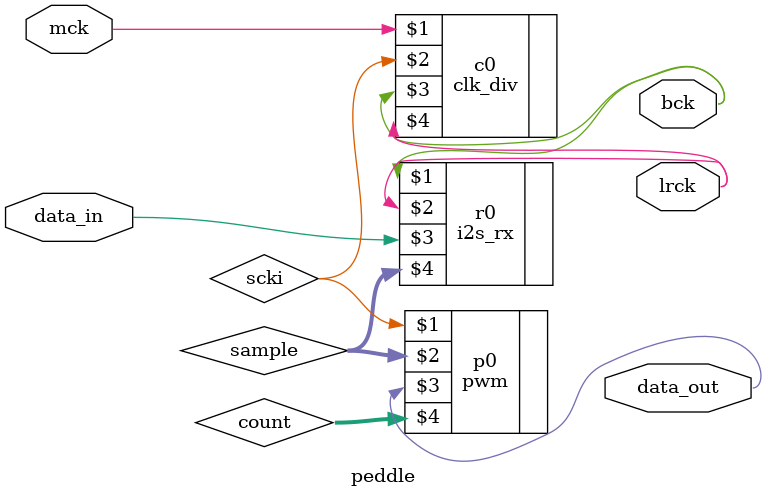
<source format=v>
`include "i2s.v"
`include "pwm.v"

module peddle(data_in, mck, data_out, lrck, bck);

    input data_in, mck;
    output data_out, lrck, bck;

    wire scki, data_in, mck, data_out, lrck, bck;
    wire [23:0] sample;
    wire [4:0] count;

    //need an i2s_rx(bck,lrck,data_in,data_out)
    i2s_rx r0(bck, lrck, data_in, sample);

    //need clk_div(mck,scki,bck,lrck)
    clk_div c0(mck,scki,bck,lrck);

    pwm p0(scki,sample,data_out,count);

    //need buffers

endmodule

</source>
